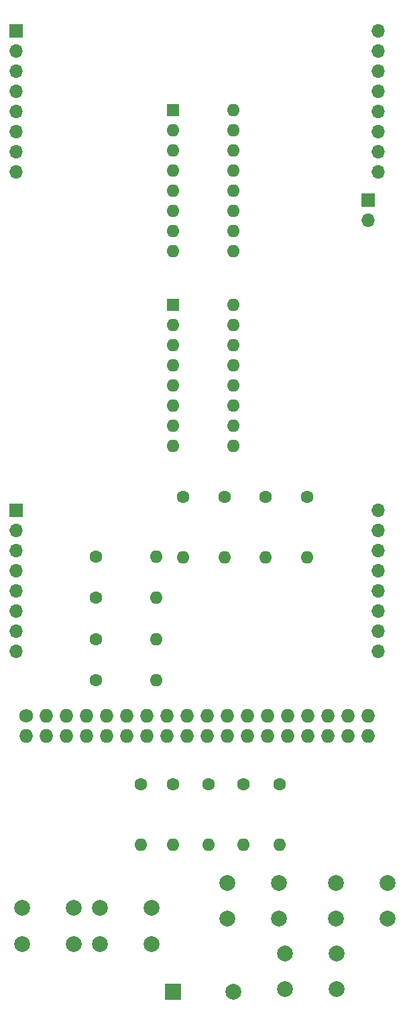
<source format=gbr>
G04 #@! TF.GenerationSoftware,KiCad,Pcbnew,(5.1.0)-1*
G04 #@! TF.CreationDate,2019-12-12T14:08:26-05:00*
G04 #@! TF.ProjectId,LEDMatrix,4c45444d-6174-4726-9978-2e6b69636164,rev?*
G04 #@! TF.SameCoordinates,Original*
G04 #@! TF.FileFunction,Soldermask,Top*
G04 #@! TF.FilePolarity,Negative*
%FSLAX46Y46*%
G04 Gerber Fmt 4.6, Leading zero omitted, Abs format (unit mm)*
G04 Created by KiCad (PCBNEW (5.1.0)-1) date 2019-12-12 14:08:26*
%MOMM*%
%LPD*%
G04 APERTURE LIST*
%ADD10R,2.000000X2.000000*%
%ADD11C,2.000000*%
%ADD12O,1.700000X1.700000*%
%ADD13R,1.700000X1.700000*%
%ADD14O,1.600000X1.600000*%
%ADD15C,1.600000*%
%ADD16C,1.727200*%
%ADD17O,1.727200X1.727200*%
%ADD18R,1.600000X1.600000*%
G04 APERTURE END LIST*
D10*
X55245000Y-162306000D03*
D11*
X62845000Y-162306000D03*
D12*
X35433000Y-119380000D03*
X35433000Y-106680000D03*
X35433000Y-114300000D03*
X35433000Y-104140000D03*
D13*
X35433000Y-101600000D03*
D12*
X35433000Y-109220000D03*
X35433000Y-116840000D03*
X35433000Y-111760000D03*
X81153000Y-106680000D03*
X81153000Y-114300000D03*
X81153000Y-104140000D03*
X81153000Y-111760000D03*
X81153000Y-109220000D03*
X81153000Y-116840000D03*
X81153000Y-119380000D03*
X81153000Y-101600000D03*
D14*
X56515000Y-107569000D03*
D15*
X56515000Y-99949000D03*
D16*
X36703000Y-127508000D03*
D17*
X36703000Y-130048000D03*
X39243000Y-127508000D03*
X39243000Y-130048000D03*
X41783000Y-127508000D03*
X41783000Y-130048000D03*
X44323000Y-127508000D03*
X44323000Y-130048000D03*
X46863000Y-127508000D03*
X46863000Y-130048000D03*
X49403000Y-127508000D03*
X49403000Y-130048000D03*
X51943000Y-127508000D03*
X51943000Y-130048000D03*
X54483000Y-127508000D03*
X54483000Y-130048000D03*
X57023000Y-127508000D03*
X57023000Y-130048000D03*
X59563000Y-127508000D03*
X59563000Y-130048000D03*
X62103000Y-127508000D03*
X62103000Y-130048000D03*
X64643000Y-127508000D03*
X64643000Y-130048000D03*
X67183000Y-127508000D03*
X67183000Y-130048000D03*
X69723000Y-127508000D03*
X69723000Y-130048000D03*
X72263000Y-127508000D03*
X72263000Y-130048000D03*
X74803000Y-127508000D03*
X74803000Y-130048000D03*
X77343000Y-127508000D03*
X77343000Y-130048000D03*
X79883000Y-127508000D03*
X79883000Y-130048000D03*
D15*
X72136000Y-99949000D03*
D14*
X72136000Y-107569000D03*
X53086000Y-123063000D03*
D15*
X45466000Y-123063000D03*
D14*
X66929000Y-107569000D03*
D15*
X66929000Y-99949000D03*
D14*
X53086000Y-117856000D03*
D15*
X45466000Y-117856000D03*
X61722000Y-99949000D03*
D14*
X61722000Y-107569000D03*
X53086000Y-112649000D03*
D15*
X45466000Y-112649000D03*
X45466000Y-107442000D03*
D14*
X53086000Y-107442000D03*
D15*
X51181000Y-136144000D03*
D14*
X51181000Y-143764000D03*
X55245000Y-143764000D03*
D15*
X55245000Y-136144000D03*
D14*
X59690000Y-143764000D03*
D15*
X59690000Y-136144000D03*
X64135000Y-136144000D03*
D14*
X64135000Y-143764000D03*
D15*
X68707000Y-136144000D03*
D14*
X68707000Y-143764000D03*
D11*
X36195000Y-156265000D03*
X36195000Y-151765000D03*
X42695000Y-156265000D03*
X42695000Y-151765000D03*
X52474000Y-151765000D03*
X52474000Y-156265000D03*
X45974000Y-151765000D03*
X45974000Y-156265000D03*
X68603000Y-148590000D03*
X68603000Y-153090000D03*
X62103000Y-148590000D03*
X62103000Y-153090000D03*
X75819000Y-153090000D03*
X75819000Y-148590000D03*
X82319000Y-153090000D03*
X82319000Y-148590000D03*
X69342000Y-161980000D03*
X69342000Y-157480000D03*
X75842000Y-161980000D03*
X75842000Y-157480000D03*
D18*
X55245000Y-75692000D03*
D14*
X62865000Y-93472000D03*
X55245000Y-78232000D03*
X62865000Y-90932000D03*
X55245000Y-80772000D03*
X62865000Y-88392000D03*
X55245000Y-83312000D03*
X62865000Y-85852000D03*
X55245000Y-85852000D03*
X62865000Y-83312000D03*
X55245000Y-88392000D03*
X62865000Y-80772000D03*
X55245000Y-90932000D03*
X62865000Y-78232000D03*
X55245000Y-93472000D03*
X62865000Y-75692000D03*
X62865000Y-51181000D03*
X55245000Y-68961000D03*
X62865000Y-53721000D03*
X55245000Y-66421000D03*
X62865000Y-56261000D03*
X55245000Y-63881000D03*
X62865000Y-58801000D03*
X55245000Y-61341000D03*
X62865000Y-61341000D03*
X55245000Y-58801000D03*
X62865000Y-63881000D03*
X55245000Y-56261000D03*
X62865000Y-66421000D03*
X55245000Y-53721000D03*
X62865000Y-68961000D03*
D18*
X55245000Y-51181000D03*
D12*
X81153000Y-41148000D03*
X81153000Y-58928000D03*
X81153000Y-56388000D03*
X81153000Y-48768000D03*
X81153000Y-51308000D03*
X81153000Y-43688000D03*
X81153000Y-53848000D03*
X81153000Y-46228000D03*
X35433000Y-51308000D03*
X35433000Y-56388000D03*
X35433000Y-48768000D03*
D13*
X35433000Y-41148000D03*
D12*
X35433000Y-43688000D03*
X35433000Y-53848000D03*
X35433000Y-46228000D03*
X35433000Y-58928000D03*
D13*
X79883000Y-62484000D03*
D12*
X79883000Y-65024000D03*
M02*

</source>
